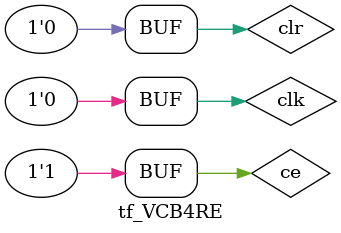
<source format=v>
module tf_VCB4RE;
    // Inputs
    reg ce;
    reg clk;
    reg clr;
    // Outputs
    wire [2:0] Q;
    wire TC;
    wire CEO;
    // Instantiate the Unit Under Test (UUT)
    VCB4RE uut (.ce(ce), .Q0(Q0), .Q1(Q1), .Q2(Q2), .Q3(Q3), .clk(clk), .TC(TC), .r(r), .CEO(CEO) );
    // Генратор периодичеккого сигнала синхронизации clk
    parameter Tclk=20; // Период сигнала синхронизации 20 нс
    always begin clk=1; #(Tclk/2); clk=0; #(Tclk/2); end
    // Генератор периодического сигнала ce
    parameter Tce=160; //Период сигнала ce 80 нс
    always begin ce=0; #(7*Tce/8); ce=1; #(1*Tce/8); end //Только целая часть деления
    initial 
    begin // Initialize Inputs
        clr = 0; //Исходное состояние входов
        #380; clr = 1; // Через 38 нс 1
        #10; clr = 0; // Через 10 нс 0
        #611; clr = 1; // Через 611 нс 1
        #270; clr = 0; // Через 270 нс 0
    end
endmodule

</source>
